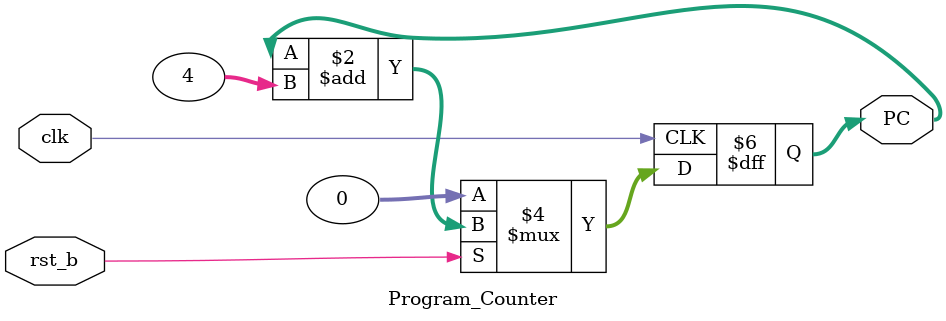
<source format=v>
module Program_Counter (
                        input clk,
                        input rst_b,
                        output reg [31:0] PC

);

always@(posedge clk)
begin

if(rst_b)
PC <= PC + 4;
else
PC <= 0;

end

endmodule
</source>
